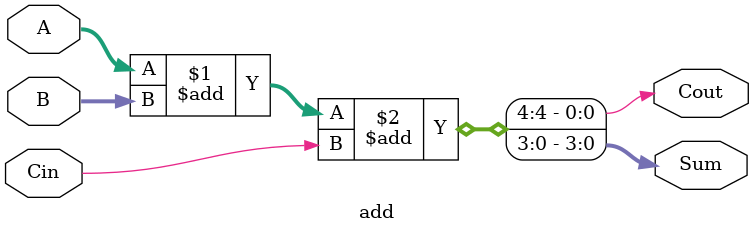
<source format=v>
/***************************************************
* File: add.v
* Author: Andrei Belov
* Class: EE 271
* Module: add
* Description: adder
****************************************************/

// Dataflow
module add
    #(parameter BW=4)
    (
        // Input Port(s)
        input[BW-1:0] A, B, input Cin,
        // Output Port(s)
        output[BW-1:0] Sum, output Cout
    );
    assign {Cout, Sum} = A+B+Cin;
endmodule // add
</source>
